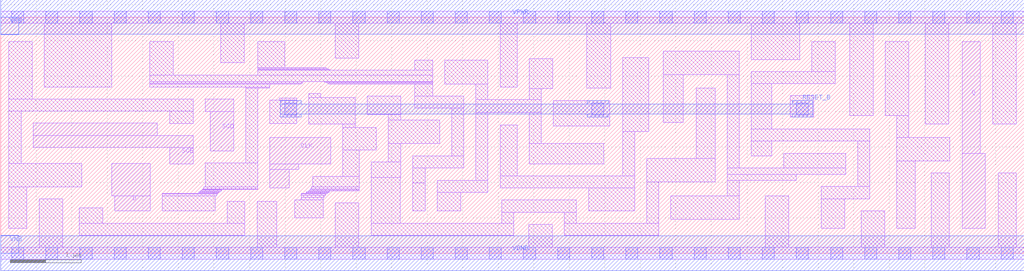
<source format=lef>
# Copyright 2020 The SkyWater PDK Authors
#
# Licensed under the Apache License, Version 2.0 (the "License");
# you may not use this file except in compliance with the License.
# You may obtain a copy of the License at
#
#     https://www.apache.org/licenses/LICENSE-2.0
#
# Unless required by applicable law or agreed to in writing, software
# distributed under the License is distributed on an "AS IS" BASIS,
# WITHOUT WARRANTIES OR CONDITIONS OF ANY KIND, either express or implied.
# See the License for the specific language governing permissions and
# limitations under the License.
#
# SPDX-License-Identifier: Apache-2.0

VERSION 5.5 ;
NAMESCASESENSITIVE ON ;
BUSBITCHARS "[]" ;
DIVIDERCHAR "/" ;
MACRO sky130_fd_sc_hs__sdfrtp_2
  CLASS CORE ;
  SOURCE USER ;
  ORIGIN  0.000000  0.000000 ;
  SIZE  14.40000 BY  3.330000 ;
  SYMMETRY X Y R90 ;
  SITE unit ;
  PIN D
    ANTENNAGATEAREA  0.159000 ;
    DIRECTION INPUT ;
    USE SIGNAL ;
    PORT
      LAYER li1 ;
        RECT 1.565000 0.810000 2.100000 1.265000 ;
        RECT 1.605000 0.595000 2.100000 0.810000 ;
    END
  END D
  PIN Q
    ANTENNADIFFAREA  0.543200 ;
    DIRECTION OUTPUT ;
    USE SIGNAL ;
    PORT
      LAYER li1 ;
        RECT 13.525000 0.350000 13.855000 1.410000 ;
        RECT 13.525000 1.410000 13.785000 2.980000 ;
    END
  END Q
  PIN RESET_B
    ANTENNAGATEAREA  0.411000 ;
    DIRECTION INPUT ;
    USE SIGNAL ;
    PORT
      LAYER met1 ;
        RECT  3.935000 1.920000  4.225000 1.965000 ;
        RECT  3.935000 1.965000 11.425000 2.105000 ;
        RECT  3.935000 2.105000  4.225000 2.150000 ;
        RECT  8.255000 1.920000  8.545000 1.965000 ;
        RECT  8.255000 2.105000  8.545000 2.150000 ;
        RECT 11.135000 1.920000 11.425000 1.965000 ;
        RECT 11.135000 2.105000 11.425000 2.150000 ;
    END
  END RESET_B
  PIN SCD
    ANTENNAGATEAREA  0.159000 ;
    DIRECTION INPUT ;
    USE SIGNAL ;
    PORT
      LAYER li1 ;
        RECT 2.875000 2.000000 3.275000 2.175000 ;
        RECT 2.945000 1.440000 3.275000 2.000000 ;
    END
  END SCD
  PIN SCE
    ANTENNAGATEAREA  0.318000 ;
    DIRECTION INPUT ;
    USE SIGNAL ;
    PORT
      LAYER li1 ;
        RECT 0.455000 1.490000 2.705000 1.660000 ;
        RECT 0.455000 1.660000 2.205000 1.835000 ;
        RECT 2.375000 1.260000 2.705000 1.490000 ;
    END
  END SCE
  PIN CLK
    ANTENNAGATEAREA  0.261000 ;
    DIRECTION INPUT ;
    USE CLOCK ;
    PORT
      LAYER li1 ;
        RECT 3.785000 0.920000 4.060000 1.180000 ;
        RECT 3.785000 1.180000 4.195000 1.260000 ;
        RECT 3.785000 1.260000 4.645000 1.630000 ;
    END
  END CLK
  PIN VGND
    DIRECTION INOUT ;
    USE GROUND ;
    PORT
      LAYER met1 ;
        RECT 0.000000 -0.245000 14.400000 0.245000 ;
    END
  END VGND
  PIN VNB
    DIRECTION INOUT ;
    USE GROUND ;
    PORT
      LAYER met1 ;
        RECT 0.000000 0.000000 0.250000 0.250000 ;
    END
  END VNB
  PIN VPB
    DIRECTION INOUT ;
    USE POWER ;
    PORT
      LAYER met1 ;
        RECT 0.000000 3.080000 0.250000 3.330000 ;
    END
  END VPB
  PIN VPWR
    DIRECTION INOUT ;
    USE POWER ;
    PORT
      LAYER met1 ;
        RECT 0.000000 3.085000 14.400000 3.575000 ;
    END
  END VPWR
  OBS
    LAYER li1 ;
      RECT  0.000000 -0.085000 14.400000 0.085000 ;
      RECT  0.000000  3.245000 14.400000 3.415000 ;
      RECT  0.115000  0.350000  0.365000 0.935000 ;
      RECT  0.115000  0.935000  1.140000 1.265000 ;
      RECT  0.115000  1.265000  0.285000 2.005000 ;
      RECT  0.115000  2.005000  2.705000 2.175000 ;
      RECT  0.115000  2.175000  0.445000 2.980000 ;
      RECT  0.545000  0.085000  0.875000 0.765000 ;
      RECT  0.615000  2.345000  1.565000 3.245000 ;
      RECT  1.105000  0.255000  3.430000 0.425000 ;
      RECT  1.105000  0.425000  1.435000 0.640000 ;
      RECT  2.095000  2.345000  3.785000 2.385000 ;
      RECT  2.095000  2.385000  4.230000 2.400000 ;
      RECT  2.095000  2.400000  4.250000 2.420000 ;
      RECT  2.095000  2.420000  6.075000 2.515000 ;
      RECT  2.095000  2.515000  2.425000 2.980000 ;
      RECT  2.270000  0.595000  3.020000 0.810000 ;
      RECT  2.270000  0.810000  3.040000 0.835000 ;
      RECT  2.270000  0.835000  3.055000 0.845000 ;
      RECT  2.375000  1.830000  2.705000 2.005000 ;
      RECT  2.785000  0.845000  3.055000 0.855000 ;
      RECT  2.785000  0.855000  3.065000 0.865000 ;
      RECT  2.810000  0.865000  3.085000 0.880000 ;
      RECT  2.830000  0.880000  3.110000 0.890000 ;
      RECT  2.840000  0.890000  3.110000 0.900000 ;
      RECT  2.840000  0.900000  3.615000 0.910000 ;
      RECT  2.855000  0.910000  3.615000 0.935000 ;
      RECT  2.875000  0.935000  3.615000 1.270000 ;
      RECT  3.095000  2.685000  3.425000 3.245000 ;
      RECT  3.190000  0.425000  3.430000 0.730000 ;
      RECT  3.445000  1.270000  3.615000 2.330000 ;
      RECT  3.445000  2.330000  3.785000 2.345000 ;
      RECT  3.610000  0.085000  3.880000 0.730000 ;
      RECT  3.615000  2.515000  6.075000 2.580000 ;
      RECT  3.615000  2.580000  4.645000 2.585000 ;
      RECT  3.615000  2.585000  4.630000 2.590000 ;
      RECT  3.615000  2.590000  4.610000 2.600000 ;
      RECT  3.615000  2.600000  4.580000 2.620000 ;
      RECT  3.615000  2.620000  3.995000 2.980000 ;
      RECT  3.785000  1.830000  4.165000 2.160000 ;
      RECT  3.920000  2.160000  4.165000 2.190000 ;
      RECT  4.135000  0.500000  4.535000 0.750000 ;
      RECT  4.230000  0.750000  4.535000 0.790000 ;
      RECT  4.230000  0.790000  4.555000 0.815000 ;
      RECT  4.230000  0.815000  4.570000 0.835000 ;
      RECT  4.230000  0.835000  4.580000 0.845000 ;
      RECT  4.300000  0.845000  4.600000 0.860000 ;
      RECT  4.300000  0.860000  4.625000 0.865000 ;
      RECT  4.325000  0.865000  4.625000 0.880000 ;
      RECT  4.335000  1.820000  4.985000 2.195000 ;
      RECT  4.335000  2.195000  4.505000 2.250000 ;
      RECT  4.345000  0.880000  5.045000 0.890000 ;
      RECT  4.355000  0.890000  5.045000 0.910000 ;
      RECT  4.370000  0.910000  5.045000 0.935000 ;
      RECT  4.390000  0.935000  5.045000 1.080000 ;
      RECT  4.555000  2.415000  6.075000 2.420000 ;
      RECT  4.570000  2.410000  6.075000 2.415000 ;
      RECT  4.590000  2.400000  6.075000 2.410000 ;
      RECT  4.615000  2.385000  6.075000 2.400000 ;
      RECT  4.705000  0.085000  5.035000 0.710000 ;
      RECT  4.705000  2.750000  5.035000 3.245000 ;
      RECT  4.815000  1.080000  5.045000 1.455000 ;
      RECT  4.815000  1.455000  5.280000 1.775000 ;
      RECT  4.815000  1.775000  4.985000 1.820000 ;
      RECT  5.155000  1.955000  5.630000 2.215000 ;
      RECT  5.215000  0.255000  7.220000 0.425000 ;
      RECT  5.215000  0.425000  5.620000 1.070000 ;
      RECT  5.215000  1.070000  5.630000 1.285000 ;
      RECT  5.450000  1.285000  5.630000 1.545000 ;
      RECT  5.450000  1.545000  6.175000 1.875000 ;
      RECT  5.450000  1.875000  5.630000 1.955000 ;
      RECT  5.795000  0.595000  5.975000 0.995000 ;
      RECT  5.800000  0.995000  5.975000 1.200000 ;
      RECT  5.800000  1.200000  6.515000 1.370000 ;
      RECT  5.825000  2.045000  6.515000 2.215000 ;
      RECT  5.825000  2.215000  6.075000 2.385000 ;
      RECT  5.825000  2.580000  6.075000 2.725000 ;
      RECT  6.145000  0.595000  6.470000 0.860000 ;
      RECT  6.145000  0.860000  6.855000 1.030000 ;
      RECT  6.250000  2.385000  6.855000 2.725000 ;
      RECT  6.345000  1.370000  6.515000 2.045000 ;
      RECT  6.685000  1.030000  6.855000 1.985000 ;
      RECT  6.685000  1.985000  7.605000 2.165000 ;
      RECT  6.685000  2.165000  6.855000 2.385000 ;
      RECT  7.025000  0.920000  8.920000 1.090000 ;
      RECT  7.025000  1.090000  7.265000 1.805000 ;
      RECT  7.025000  2.345000  7.265000 3.245000 ;
      RECT  7.050000  0.425000  7.220000 0.580000 ;
      RECT  7.050000  0.580000  8.100000 0.750000 ;
      RECT  7.430000  0.085000  7.760000 0.410000 ;
      RECT  7.435000  1.260000  8.485000 1.545000 ;
      RECT  7.435000  1.545000  7.605000 1.985000 ;
      RECT  7.435000  2.165000  7.605000 2.320000 ;
      RECT  7.435000  2.320000  7.765000 2.745000 ;
      RECT  7.775000  1.795000  8.570000 2.150000 ;
      RECT  7.930000  0.255000  9.260000 0.425000 ;
      RECT  7.930000  0.425000  8.100000 0.580000 ;
      RECT  8.245000  2.330000  8.580000 3.245000 ;
      RECT  8.270000  0.595000  8.920000 0.920000 ;
      RECT  8.750000  1.090000  8.920000 1.715000 ;
      RECT  8.750000  1.715000  9.115000 2.755000 ;
      RECT  9.090000  0.425000  9.260000 1.005000 ;
      RECT  9.090000  1.005000 10.050000 1.335000 ;
      RECT  9.320000  1.840000  9.600000 2.520000 ;
      RECT  9.320000  2.520000 10.390000 2.850000 ;
      RECT  9.430000  0.480000 10.390000 0.810000 ;
      RECT  9.785000  1.335000 10.050000 2.330000 ;
      RECT 10.220000  0.810000 10.390000 1.030000 ;
      RECT 10.220000  1.030000 11.190000 1.110000 ;
      RECT 10.220000  1.110000 11.890000 1.200000 ;
      RECT 10.220000  1.200000 10.390000 2.520000 ;
      RECT 10.560000  1.370000 10.850000 1.580000 ;
      RECT 10.560000  1.580000 12.230000 1.750000 ;
      RECT 10.560000  1.750000 10.850000 2.390000 ;
      RECT 10.560000  2.390000 11.740000 2.560000 ;
      RECT 10.560000  2.730000 11.240000 3.245000 ;
      RECT 10.755000  0.085000 11.085000 0.810000 ;
      RECT 11.020000  1.200000 11.890000 1.410000 ;
      RECT 11.110000  1.920000 11.440000 2.220000 ;
      RECT 11.410000  2.560000 11.740000 2.980000 ;
      RECT 11.545000  0.350000 11.875000 0.770000 ;
      RECT 11.545000  0.770000 12.230000 0.940000 ;
      RECT 11.945000  1.940000 12.275000 3.245000 ;
      RECT 12.060000  0.940000 12.230000 1.580000 ;
      RECT 12.105000  0.085000 12.435000 0.600000 ;
      RECT 12.445000  1.940000 12.775000 2.980000 ;
      RECT 12.605000  0.350000 12.865000 1.300000 ;
      RECT 12.605000  1.300000 13.355000 1.630000 ;
      RECT 12.605000  1.630000 12.775000 1.940000 ;
      RECT 13.005000  1.820000 13.335000 3.245000 ;
      RECT 13.095000  0.085000 13.345000 1.130000 ;
      RECT 13.955000  1.820000 14.285000 3.245000 ;
      RECT 14.035000  0.085000 14.285000 1.130000 ;
    LAYER mcon ;
      RECT  0.155000 -0.085000  0.325000 0.085000 ;
      RECT  0.155000  3.245000  0.325000 3.415000 ;
      RECT  0.635000 -0.085000  0.805000 0.085000 ;
      RECT  0.635000  3.245000  0.805000 3.415000 ;
      RECT  1.115000 -0.085000  1.285000 0.085000 ;
      RECT  1.115000  3.245000  1.285000 3.415000 ;
      RECT  1.595000 -0.085000  1.765000 0.085000 ;
      RECT  1.595000  3.245000  1.765000 3.415000 ;
      RECT  2.075000 -0.085000  2.245000 0.085000 ;
      RECT  2.075000  3.245000  2.245000 3.415000 ;
      RECT  2.555000 -0.085000  2.725000 0.085000 ;
      RECT  2.555000  3.245000  2.725000 3.415000 ;
      RECT  3.035000 -0.085000  3.205000 0.085000 ;
      RECT  3.035000  3.245000  3.205000 3.415000 ;
      RECT  3.515000 -0.085000  3.685000 0.085000 ;
      RECT  3.515000  3.245000  3.685000 3.415000 ;
      RECT  3.995000 -0.085000  4.165000 0.085000 ;
      RECT  3.995000  1.950000  4.165000 2.120000 ;
      RECT  3.995000  3.245000  4.165000 3.415000 ;
      RECT  4.475000 -0.085000  4.645000 0.085000 ;
      RECT  4.475000  3.245000  4.645000 3.415000 ;
      RECT  4.955000 -0.085000  5.125000 0.085000 ;
      RECT  4.955000  3.245000  5.125000 3.415000 ;
      RECT  5.435000 -0.085000  5.605000 0.085000 ;
      RECT  5.435000  3.245000  5.605000 3.415000 ;
      RECT  5.915000 -0.085000  6.085000 0.085000 ;
      RECT  5.915000  3.245000  6.085000 3.415000 ;
      RECT  6.395000 -0.085000  6.565000 0.085000 ;
      RECT  6.395000  3.245000  6.565000 3.415000 ;
      RECT  6.875000 -0.085000  7.045000 0.085000 ;
      RECT  6.875000  3.245000  7.045000 3.415000 ;
      RECT  7.355000 -0.085000  7.525000 0.085000 ;
      RECT  7.355000  3.245000  7.525000 3.415000 ;
      RECT  7.835000 -0.085000  8.005000 0.085000 ;
      RECT  7.835000  3.245000  8.005000 3.415000 ;
      RECT  8.315000 -0.085000  8.485000 0.085000 ;
      RECT  8.315000  1.950000  8.485000 2.120000 ;
      RECT  8.315000  3.245000  8.485000 3.415000 ;
      RECT  8.795000 -0.085000  8.965000 0.085000 ;
      RECT  8.795000  3.245000  8.965000 3.415000 ;
      RECT  9.275000 -0.085000  9.445000 0.085000 ;
      RECT  9.275000  3.245000  9.445000 3.415000 ;
      RECT  9.755000 -0.085000  9.925000 0.085000 ;
      RECT  9.755000  3.245000  9.925000 3.415000 ;
      RECT 10.235000 -0.085000 10.405000 0.085000 ;
      RECT 10.235000  3.245000 10.405000 3.415000 ;
      RECT 10.715000 -0.085000 10.885000 0.085000 ;
      RECT 10.715000  3.245000 10.885000 3.415000 ;
      RECT 11.195000 -0.085000 11.365000 0.085000 ;
      RECT 11.195000  1.950000 11.365000 2.120000 ;
      RECT 11.195000  3.245000 11.365000 3.415000 ;
      RECT 11.675000 -0.085000 11.845000 0.085000 ;
      RECT 11.675000  3.245000 11.845000 3.415000 ;
      RECT 12.155000 -0.085000 12.325000 0.085000 ;
      RECT 12.155000  3.245000 12.325000 3.415000 ;
      RECT 12.635000 -0.085000 12.805000 0.085000 ;
      RECT 12.635000  3.245000 12.805000 3.415000 ;
      RECT 13.115000 -0.085000 13.285000 0.085000 ;
      RECT 13.115000  3.245000 13.285000 3.415000 ;
      RECT 13.595000 -0.085000 13.765000 0.085000 ;
      RECT 13.595000  3.245000 13.765000 3.415000 ;
      RECT 14.075000 -0.085000 14.245000 0.085000 ;
      RECT 14.075000  3.245000 14.245000 3.415000 ;
  END
END sky130_fd_sc_hs__sdfrtp_2
END LIBRARY

</source>
